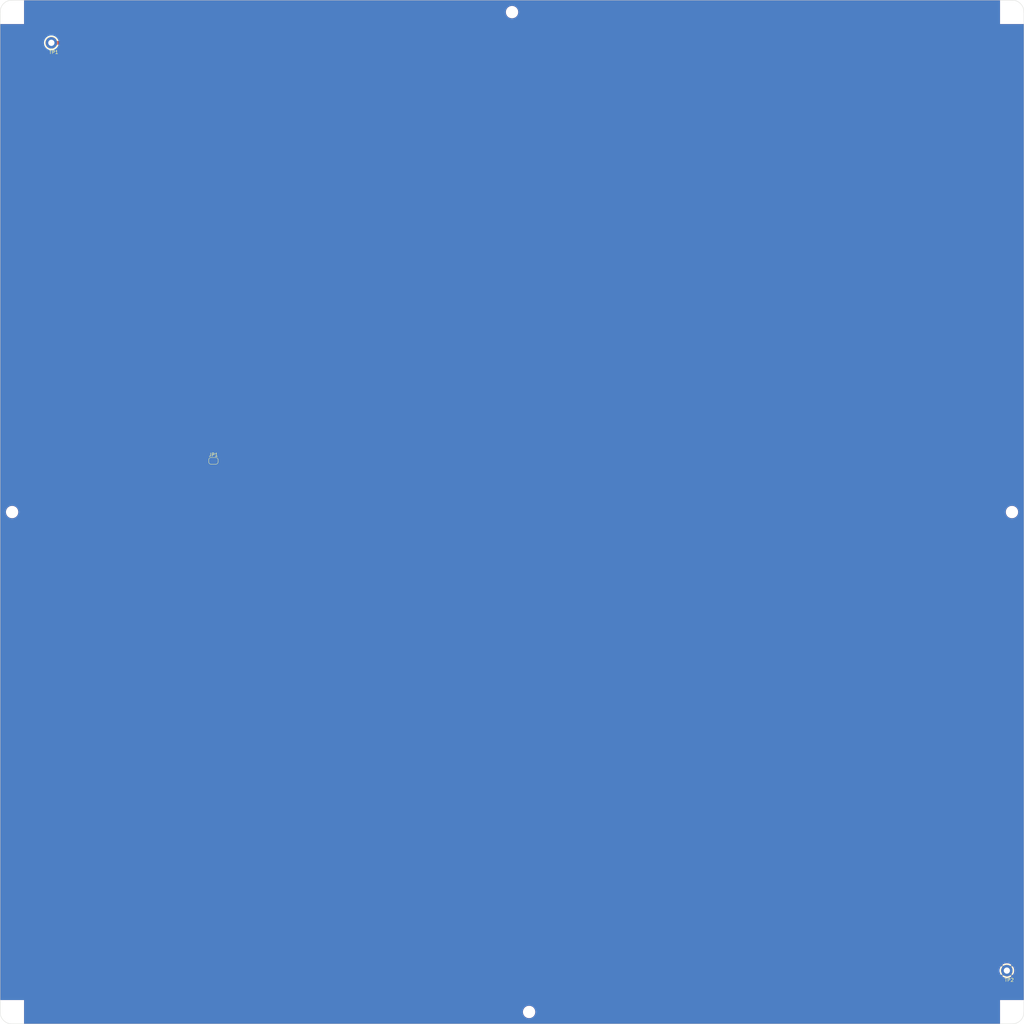
<source format=kicad_pcb>
(kicad_pcb (version 20221018) (generator pcbnew)
  (layers (0 "F.Cu" signal) (31 "B.Cu" signal) (34 "B.Paste" user) (35 "F.Paste" user) (36 "B.SilkS" user "B.Silkscreen") (37 "F.SilkS" user "F.Silkscreen") (38 "B.Mask" user) (39 "F.Mask" user) (44 "Edge.Cuts" user))
  (net 0 "")
  (net 1 "Net-(JP1-A)")
  (net 2 "GND")
  (footprint "MountingHole:MountingHole_3.2mm_M3" (layer "F.Cu") (at 203.2 -47.244)
    (fp_text reference "REF**" hide)
    (fp_text value "MountingHole_3.2mm_M3" hide)
    (pad "" np_thru_hole circle (at 0 0) (size 3.2 3.2) (drill 3.2) (layers "F&B.Cu" "*.Mask"))
  )
  (footprint "MountingHole:MountingHole_3.2mm_M3" (layer "F.Cu") (at 208.28 250.444)
    (fp_text reference "REF**" hide)
    (fp_text value "MountingHole_3.2mm_M3" hide)
    (pad "" np_thru_hole circle (at 0 0) (size 3.2 3.2) (drill 3.2) (layers "F&B.Cu" "*.Mask"))
  )
  (footprint "MountingHole:MountingHole_3.2mm_M3" (layer "F.Cu") (at 54.356 101.6)
    (fp_text reference "REF**" hide)
    (fp_text value "MountingHole_3.2mm_M3" hide)
    (pad "" np_thru_hole circle (at 0 0) (size 3.2 3.2) (drill 3.2) (layers "F&B.Cu" "*.Mask"))
  )
  (footprint "MountingHole:MountingHole_3.2mm_M3" (layer "F.Cu") (at 352.044 250.444)
    (fp_text reference "REF**" hide)
    (fp_text value "MountingHole_3.2mm_M3" hide)
    (pad "" np_thru_hole circle (at 0 0) (size 3.2 3.2) (drill 3.2) (layers "F&B.Cu" "*.Mask"))
  )
  (footprint "MountingHole:MountingHole_3.2mm_M3" (layer "F.Cu") (at 54.356 250.444)
    (fp_text reference "REF**" hide)
    (fp_text value "MountingHole_3.2mm_M3" hide)
    (pad "" np_thru_hole circle (at 0 0) (size 3.2 3.2) (drill 3.2) (layers "F&B.Cu" "*.Mask"))
  )
  (footprint "TestPoint:TestPoint_Loop_D2.50mm_Drill1.85mm" (layer "F.Cu") (at 66.04 -38.1)
    (fp_text reference "TP1" (at 0.7 2.8) (layer "F.SilkS"))
    (fp_text value "TestPoint")
    (fp_circle (center 0 0) (end 1.9 0) (stroke (width 0.12)) (fill none) (layer "F.SilkS"))
    (pad "1" thru_hole circle (at 0 0) (size 3.4 3.4) (drill 1.85) (layers "*.Cu" "*.Mask") (net 1 "Net-(JP1-A)"))
  )
  (footprint "MountingHole:MountingHole_3.2mm_M3" (layer "F.Cu") (at 352.044 -47.244)
    (fp_text reference "REF**" hide)
    (fp_text value "MountingHole_3.2mm_M3" hide)
    (pad "" np_thru_hole circle (at 0 0) (size 3.2 3.2) (drill 3.2) (layers "F&B.Cu" "*.Mask"))
  )
  (footprint "MountingHole:MountingHole_3.2mm_M3" (layer "F.Cu") (at 54.356 -47.244)
    (fp_text reference "REF**" hide)
    (fp_text value "MountingHole_3.2mm_M3" hide)
    (pad "" np_thru_hole circle (at 0 0) (size 3.2 3.2) (drill 3.2) (layers "*.Cu" "*.Mask"))
  )
  (footprint "Jumper:SolderJumper-2_P1.3mm_Open_RoundedPad1.0x1.5mm" (layer "F.Cu") (at 114.285 86.36)
    (fp_text reference "JP1" (at 0 -1.8) (layer "F.SilkS"))
    (fp_text value "Jumper_2_Open")
    (fp_line (start -1.4 0.3) (end -1.4 -0.3) (stroke (width 0.12)) (layer "F.SilkS"))
    (fp_line (start -0.7 -1) (end 0.7 -1) (stroke (width 0.12)) (layer "F.SilkS"))
    (fp_line (start 0.7 1) (end -0.7 1) (stroke (width 0.12)) (layer "F.SilkS"))
    (fp_line (start 1.4 -0.3) (end 1.4 0.3) (stroke (width 0.12)) (layer "F.SilkS"))
    (fp_arc (start -1.4 -0.3) (mid -1.194975 -0.794975) (end -0.7 -1) (stroke (width 0.12)) (layer "F.SilkS"))
    (fp_arc (start -0.7 1) (mid -1.194975 0.794975) (end -1.4 0.3) (stroke (width 0.12)) (layer "F.SilkS"))
    (fp_arc (start 0.7 -1) (mid 1.194975 -0.794975) (end 1.4 -0.3) (stroke (width 0.12)) (layer "F.SilkS"))
    (fp_arc (start 1.4 0.3) (mid 1.194975 0.794975) (end 0.7 1) (stroke (width 0.12)) (layer "F.SilkS"))
    (pad "1" smd custom (at -0.65 0) (size 1 0.5) (layers "F.Cu" "F.Mask") (net 1 "Net-(JP1-A)") (options (clearance outline) (anchor rect)) (primitives (gr_circle (center 0 0.25) (end 0.5 0.25) (width 0) (fill yes)) (gr_circle (center 0 -0.25) (end 0.5 -0.25) (width 0) (fill yes)) (gr_poly (pts (xy 0.5 0.75) (xy 0 0.75) (xy 0 -0.75) (xy 0.5 -0.75)) (width 0) (fill yes))))
    (pad "2" smd custom (at 0.65 0) (size 1 0.5) (layers "F.Cu" "F.Mask") (net 2 "GND") (options (clearance outline) (anchor rect)) (primitives (gr_circle (center 0 0.25) (end 0.5 0.25) (width 0) (fill yes)) (gr_circle (center 0 -0.25) (end 0.5 -0.25) (width 0) (fill yes)) (gr_poly (pts (xy 0 0.75) (xy -0.5 0.75) (xy -0.5 -0.75) (xy 0 -0.75)) (width 0) (fill yes))))
  )
  (footprint "TestPoint:TestPoint_Loop_D2.50mm_Drill1.85mm" (layer "F.Cu") (at 350.52 238.125)
    (fp_text reference "TP2" (at 0.7 2.8) (layer "F.SilkS"))
    (fp_text value "TestPoint")
    (fp_circle (center 0 0) (end 1.9 0) (stroke (width 0.12)) (fill none) (layer "F.SilkS"))
    (pad "1" thru_hole circle (at 0 0) (size 3.4 3.4) (drill 1.85) (layers "*.Cu" "*.Mask") (net 2 "GND"))
  )
  (footprint "MountingHole:MountingHole_3.2mm_M3" (layer "F.Cu") (at 352.044 101.6)
    (fp_text reference "REF**" hide)
    (fp_text value "MountingHole_3.2mm_M3" hide)
    (pad "" np_thru_hole circle (at 0 0) (size 3.2 3.2) (drill 3.2) (layers "F&B.Cu" "*.Mask"))
  )
  (gr_line (start 54.3 -50.8) (end 352.1 -50.8) (stroke (width 0.1)) (layer "Edge.Cuts"))
  (gr_arc (start 355.6 250.5) (mid 354.574874 252.974874) (end 352.1 254) (stroke (width 0.1)) (layer "Edge.Cuts"))
  (gr_line (start 352.1 254) (end 54.3 254) (stroke (width 0.1)) (layer "Edge.Cuts"))
  (gr_arc (start 54.3 254) (mid 51.825126 252.974874) (end 50.8 250.5) (stroke (width 0.1)) (layer "Edge.Cuts"))
  (gr_line (start 50.8 250.5) (end 50.8 -47.3) (stroke (width 0.1)) (layer "Edge.Cuts"))
  (gr_arc (start 352.1 -50.8) (mid 354.574874 -49.774874) (end 355.6 -47.3) (stroke (width 0.1)) (layer "Edge.Cuts"))
  (gr_arc (start 50.8 -47.3) (mid 51.825126 -49.774874) (end 54.3 -50.8) (stroke (width 0.1)) (layer "Edge.Cuts"))
  (gr_line (start 355.6 -47.3) (end 355.6 250.5) (stroke (width 0.1)) (layer "Edge.Cuts"))
  (segment (start 66.04 -15.24) (end 340.36 -15.24) (width 1.09) (layer "F.Cu") (net 1))
  (segment (start 340.36 -15.24) (end 340.36 -22.86) (width 1.09) (layer "F.Cu") (net 1))
  (segment (start 69.04 -30.48) (end 337.36 -30.48) (width 1.09) (layer "F.Cu") (net 1))
  (segment (start 340.36 -22.86) (end 69.04 -22.86) (width 1.09) (layer "F.Cu") (net 1))
  (segment (start 66.04 -7.62) (end 66.04 -15.24) (width 1.09) (layer "F.Cu") (net 1))
  (segment (start 340.36 -33.48) (end 340.36 -35.1) (width 1.09) (layer "F.Cu") (net 1))
  (segment (start 66.04 -25.86) (end 66.04 -27.48) (width 1.09) (layer "F.Cu") (net 1))
  (segment (start 337.36 -38.1) (end 66.04 -38.1) (width 1.09) (layer "F.Cu") (net 1))
  (arc (start 66.04 -27.48) (mid 66.91868 -29.60132) (end 69.04 -30.48) (width 1.09) (layer "F.Cu") (net 1))
  (arc (start 69.04 -22.86) (mid 66.91868 -23.73868) (end 66.04 -25.86) (width 1.09) (layer "F.Cu") (net 1))
  (arc (start 340.36 -35.1) (mid 339.48132 -37.22132) (end 337.36 -38.1) (width 1.09) (layer "F.Cu") (net 1))
  (arc (start 337.36 -30.48) (mid 339.48132 -31.35868) (end 340.36 -33.48) (width 1.09) (layer "F.Cu") (net 1))
  (zone (net 0) (net_name "") (layer "F.Cu") (name "F.beta") (connect_pads (clearance 0)) (min_thickness 0.25)
    (keepout (tracks allowed) (vias allowed) (pads allowed) (copperpour not_allowed) (footprints allowed))
    (fill (thermal_gap 0.5) (thermal_bridge_width 0.5))
    (polygon (pts (xy 59.944 -41.656) (xy 59.944 244.856) (xy 346.456 244.856) (xy 346.456 -41.656)))
  )
  (zone (net 2) (net_name "GND") (layers "F&B.Cu") (connect_pads (clearance 0.5)) (min_thickness 0.25) (fill yes (thermal_gap 0.5) (thermal_bridge_width 0.5))
    (polygon (pts (xy 50.8 -43.688) (xy 57.912 -43.688) (xy 57.912 -50.8) (xy 348.488 -50.8) (xy 348.488 -43.688) (xy 355.6 -43.688) (xy 355.6 246.888) (xy 348.488 246.888) (xy 348.488 254) (xy 57.912 254) (xy 57.912 246.888) (xy 50.8 246.888)))
  )
)
</source>
